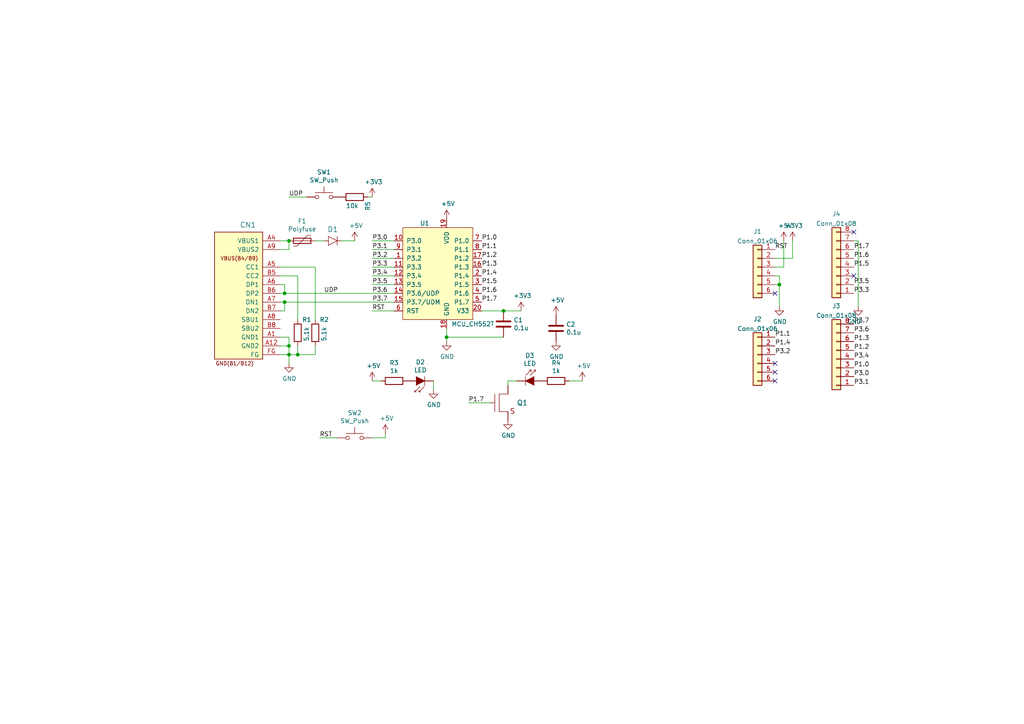
<source format=kicad_sch>
(kicad_sch (version 20211123) (generator eeschema)
  (paper "A4")
  (lib_symbols
    (symbol "Connector_Generic:Conn_01x06" (pin_names (offset 1.016) hide)
      (property "Reference" "J" (at 0 7.62 0))
      (property "Value" "Conn_01x06" (at 0 -10.16 0))
      (symbol "Conn_01x06_1_1"
        (rectangle (start -1.27 -7.493) (end 0 -7.747) (stroke (width 0.1524)))
        (rectangle (start -1.27 -4.953) (end 0 -5.207) (stroke (width 0.1524)))
        (rectangle (start -1.27 -2.413) (end 0 -2.667) (stroke (width 0.1524)))
        (rectangle (start -1.27 0.127) (end 0 -0.127) (stroke (width 0.1524)))
        (rectangle (start -1.27 2.667) (end 0 2.413) (stroke (width 0.1524)))
        (rectangle (start -1.27 5.207) (end 0 4.953) (stroke (width 0.1524)))
        (rectangle (start -1.27 6.35) (end 1.27 -8.89) (stroke (width 0.254)) (fill (type background)))
        (pin passive line (at -5.08 5.08 0) (length 3.81) (name "Pin_1") (number "1"))
        (pin passive line (at -5.08 2.54 0) (length 3.81) (name "Pin_2") (number "2"))
        (pin passive line (at -5.08 0 0) (length 3.81) (name "Pin_3") (number "3"))
        (pin passive line (at -5.08 -2.54 0) (length 3.81) (name "Pin_4") (number "4"))
        (pin passive line (at -5.08 -5.08 0) (length 3.81) (name "Pin_5") (number "5"))
        (pin passive line (at -5.08 -7.62 0) (length 3.81) (name "Pin_6") (number "6"))
      )
    )
    (symbol "Connector_Generic:Conn_01x08" (pin_names (offset 1.016) hide)
      (property "Reference" "J" (at 0 10.16 0))
      (property "Value" "Conn_01x08" (at 0 -12.7 0))
      (symbol "Conn_01x08_1_1"
        (rectangle (start -1.27 -10.033) (end 0 -10.287) (stroke (width 0.1524)))
        (rectangle (start -1.27 -7.493) (end 0 -7.747) (stroke (width 0.1524)))
        (rectangle (start -1.27 -4.953) (end 0 -5.207) (stroke (width 0.1524)))
        (rectangle (start -1.27 -2.413) (end 0 -2.667) (stroke (width 0.1524)))
        (rectangle (start -1.27 0.127) (end 0 -0.127) (stroke (width 0.1524)))
        (rectangle (start -1.27 2.667) (end 0 2.413) (stroke (width 0.1524)))
        (rectangle (start -1.27 5.207) (end 0 4.953) (stroke (width 0.1524)))
        (rectangle (start -1.27 7.747) (end 0 7.493) (stroke (width 0.1524)))
        (rectangle (start -1.27 8.89) (end 1.27 -11.43) (stroke (width 0.254)) (fill (type background)))
        (pin passive line (at -5.08 7.62 0) (length 3.81) (name "Pin_1") (number "1"))
        (pin passive line (at -5.08 5.08 0) (length 3.81) (name "Pin_2") (number "2"))
        (pin passive line (at -5.08 2.54 0) (length 3.81) (name "Pin_3") (number "3"))
        (pin passive line (at -5.08 0 0) (length 3.81) (name "Pin_4") (number "4"))
        (pin passive line (at -5.08 -2.54 0) (length 3.81) (name "Pin_5") (number "5"))
        (pin passive line (at -5.08 -5.08 0) (length 3.81) (name "Pin_6") (number "6"))
        (pin passive line (at -5.08 -7.62 0) (length 3.81) (name "Pin_7") (number "7"))
        (pin passive line (at -5.08 -10.16 0) (length 3.81) (name "Pin_8") (number "8"))
      )
    )
    (symbol "Device:C" (pin_numbers hide) (pin_names (offset 0.254))
      (property "Reference" "C" (at 0.635 2.54 0))
      (property "Value" "C" (at 0.635 -2.54 0))
      (symbol "C_0_1"
        (polyline (pts (xy -2.032 -0.762) (xy 2.032 -0.762)) (stroke (width 0.508)))
        (polyline (pts (xy -2.032 0.762) (xy 2.032 0.762)) (stroke (width 0.508)))
      )
      (symbol "C_1_1"
        (pin passive line (at 0 3.81 270) (length 2.794) (name "~") (number "1"))
        (pin passive line (at 0 -3.81 90) (length 2.794) (name "~") (number "2"))
      )
    )
    (symbol "Device:Polyfuse" (pin_numbers hide) (pin_names (offset 0))
      (property "Reference" "F" (at -2.54 0 90))
      (property "Value" "Polyfuse" (at 2.54 0 90))
      (symbol "Polyfuse_0_1"
        (rectangle (start -0.762 2.54) (end 0.762 -2.54) (stroke (width 0.254)))
        (polyline (pts (xy 0 2.54) (xy 0 -2.54)))
        (polyline (pts (xy -1.524 2.54) (xy -1.524 1.524) (xy 1.524 -1.524) (xy 1.524 -2.54)))
      )
      (symbol "Polyfuse_1_1"
        (pin passive line (at 0 3.81 270) (length 1.27) (name "~") (number "1"))
        (pin passive line (at 0 -3.81 90) (length 1.27) (name "~") (number "2"))
      )
    )
    (symbol "Device:R" (pin_numbers hide) (pin_names (offset 0))
      (property "Reference" "R" (at 2.032 0 90))
      (property "Value" "R" (at 0 0 90))
      (symbol "R_0_1"
        (rectangle (start -1.016 -2.54) (end 1.016 2.54) (stroke (width 0.254)))
      )
      (symbol "R_1_1"
        (pin passive line (at 0 3.81 270) (length 1.27) (name "~") (number "1"))
        (pin passive line (at 0 -3.81 90) (length 1.27) (name "~") (number "2"))
      )
    )
    (symbol "Switch:SW_Push" (pin_numbers hide) (pin_names (offset 1.016) hide)
      (property "Reference" "SW" (at 1.27 2.54 0))
      (property "Value" "SW_Push" (at 0 -1.524 0))
      (symbol "SW_Push_0_1"
        (circle (center -2.032 0) (radius 0.508))
        (polyline (pts (xy 0 1.27) (xy 0 3.048)))
        (polyline (pts (xy 2.54 1.27) (xy -2.54 1.27)))
        (circle (center 2.032 0) (radius 0.508))
        (pin passive line (at -5.08 0 0) (length 2.54) (name "1") (number "1"))
        (pin passive line (at 5.08 0 180) (length 2.54) (name "2") (number "2"))
      )
    )
    (symbol "akita:CON_USB-C-16" (pin_names (offset 1.016))
      (property "Reference" "CN" (at -7.62 20.32 0))
      (symbol "CON_USB-C-16_1_0"
        (text "GND(B1/B12)" (at -5.08 -17.78 0) (effects (font (size 1.0668 1.0668)) (justify left)))
        (text "VBUS(B4/B9)" (at -6.35 12.7 0) (effects (font (size 1.0668 1.0668)) (justify left)))
        (pin bidirectional line (at -12.7 -10.16 0) (length 5.08) (name "GND1") (number "A1"))
        (pin bidirectional line (at -12.7 -12.7 0) (length 5.08) (name "GND2") (number "A12"))
        (pin bidirectional line (at -12.7 17.78 0) (length 5.08) (name "VBUS1") (number "A4"))
        (pin bidirectional line (at -12.7 10.16 0) (length 5.08) (name "CC1") (number "A5"))
        (pin bidirectional line (at -12.7 5.08 0) (length 5.08) (name "DP1") (number "A6"))
        (pin bidirectional line (at -12.7 0 0) (length 5.08) (name "DN1") (number "A7"))
        (pin bidirectional line (at -12.7 -5.08 0) (length 5.08) (name "SBU1") (number "A8"))
        (pin bidirectional line (at -12.7 15.24 0) (length 5.08) (name "VBUS2") (number "A9"))
        (pin bidirectional line (at -12.7 7.62 0) (length 5.08) (name "CC2") (number "B5"))
        (pin bidirectional line (at -12.7 2.54 0) (length 5.08) (name "DP2") (number "B6"))
        (pin bidirectional line (at -12.7 -2.54 0) (length 5.08) (name "DN2") (number "B7"))
        (pin bidirectional line (at -12.7 -7.62 0) (length 5.08) (name "SBU2") (number "B8"))
      )
      (symbol "CON_USB-C-16_1_1"
        (rectangle (start -7.62 20.32) (end 6.35 -16.51) (stroke (width 0.2032)) (fill (type background)))
        (pin power_in line (at -12.7 -15.24 0) (length 5.08) (name "FG") (number "FG"))
      )
    )
    (symbol "akita:DIODE" (pin_names (offset 1.016))
      (property "Reference" "D" (at -2.54 2.54 0))
      (symbol "DIODE_1_0"
        (polyline (pts (xy -2.54 0) (xy -1.27 0)))
        (polyline (pts (xy -1.27 -1.27) (xy 1.27 0)))
        (polyline (pts (xy -1.27 0) (xy -1.27 -1.27)))
        (polyline (pts (xy -1.27 1.27) (xy -1.27 0)))
        (polyline (pts (xy 1.27 0) (xy -1.27 1.27)))
        (polyline (pts (xy 1.27 0) (xy 1.27 -1.27)))
        (polyline (pts (xy 1.27 1.27) (xy 1.27 0)))
        (polyline (pts (xy 2.54 0) (xy 1.27 0)))
        (pin passive line (at -2.54 0 0) (length 0) (name "A") (number "A"))
        (pin passive line (at 2.54 0 180) (length 0) (name "K") (number "K"))
      )
    )
    (symbol "akita:LED" (pin_numbers hide) (pin_names (offset 1.016) hide)
      (property "Reference" "D" (at 0.508 1.778 0))
      (property "Value" "LED" (at -1.016 -2.794 0))
      (symbol "LED_0_1"
        (polyline (pts (xy -2.54 1.27) (xy -2.54 -1.27)) (stroke (width 0.1524)))
        (polyline (pts (xy 0.381 3.175) (xy -0.127 3.175)))
        (polyline (pts (xy -1.143 1.651) (xy 0.381 3.175) (xy 0.381 2.667)))
        (polyline (pts (xy 0 1.27) (xy -2.54 0) (xy 0 -1.27)) (fill (type outline)))
        (polyline (pts (xy -2.413 1.651) (xy -0.889 3.175) (xy -0.889 2.667) (xy -0.889 3.175) (xy -1.397 3.175)))
      )
      (symbol "LED_1_1"
        (pin passive line (at -5.08 0 0) (length 2.54) (name "K") (number "1"))
        (pin passive line (at 2.54 0 180) (length 2.54) (name "A") (number "2"))
      )
    )
    (symbol "akita:MCU_CH552T" (pin_names (offset 1.016))
      (property "Reference" "U" (at 13.97 -2.54 0))
      (property "Value" "MCU_CH552T" (at 10.16 -13.97 0))
      (symbol "MCU_CH552T_0_1"
        (rectangle (start -10.16 13.97) (end 10.16 -12.7) (fill (type background)))
      )
      (symbol "MCU_CH552T_1_1"
        (pin input line (at -12.7 5.08 0) (length 2.54) (name "P3.2") (number "1"))
        (pin input line (at -12.7 10.16 0) (length 2.54) (name "P3.0") (number "10"))
        (pin input line (at -12.7 2.54 0) (length 2.54) (name "P3.3") (number "11"))
        (pin input line (at -12.7 0 0) (length 2.54) (name "P3.4") (number "12"))
        (pin input line (at -12.7 -2.54 0) (length 2.54) (name "P3.5") (number "13"))
        (pin input line (at -12.7 -5.08 0) (length 2.54) (name "P3.6/UDP") (number "14"))
        (pin input line (at -12.7 -7.62 0) (length 2.54) (name "P3.7/UDM") (number "15"))
        (pin input line (at 12.7 2.54 180) (length 2.54) (name "P1.3") (number "16"))
        (pin input line (at 12.7 5.08 180) (length 2.54) (name "P1.2") (number "17"))
        (pin power_in line (at 2.54 -15.24 90) (length 2.54) (name "GND") (number "18"))
        (pin power_in line (at 2.54 16.51 270) (length 2.54) (name "VDD") (number "19"))
        (pin bidirectional line (at 12.7 0 180) (length 2.54) (name "P1.4") (number "2"))
        (pin power_out line (at 12.7 -10.16 180) (length 2.54) (name "V33") (number "20"))
        (pin bidirectional line (at 12.7 -2.54 180) (length 2.54) (name "P1.5") (number "3"))
        (pin bidirectional line (at 12.7 -5.08 180) (length 2.54) (name "P1.6") (number "4"))
        (pin bidirectional line (at 12.7 -7.62 180) (length 2.54) (name "P1.7") (number "5"))
        (pin input line (at -12.7 -10.16 0) (length 2.54) (name "RST") (number "6"))
        (pin input line (at 12.7 10.16 180) (length 2.54) (name "P1.0") (number "7"))
        (pin input line (at 12.7 7.62 180) (length 2.54) (name "P1.1") (number "8"))
        (pin input line (at -12.7 7.62 0) (length 2.54) (name "P3.1") (number "9"))
      )
    )
    (symbol "akita:TR_NMOS_IRLML6344" (pin_names (offset 1.016))
      (property "Reference" "Q" (at 3.048 0.508 0))
      (symbol "TR_NMOS_IRLML6344_1_0"
        (polyline (pts (xy -2.54 0) (xy -1.27 0)))
        (polyline (pts (xy -1.27 2.54) (xy -1.27 -2.54)))
        (polyline (pts (xy 0 -2.54) (xy 2.54 -2.54)))
        (polyline (pts (xy 0 2.54) (xy 0 -2.54)))
        (polyline (pts (xy 2.54 2.54) (xy 0 2.54)))
        (text "S" (at 3.048 -3.302 0) (effects (font (size 1.4986 1.4986)) (justify left bottom)))
        (pin bidirectional line (at -2.54 0 0) (length 0) (name "G") (number "1"))
        (pin bidirectional line (at 2.54 -5.08 90) (length 2.54) (name "S") (number "2"))
        (pin bidirectional line (at 2.54 5.08 270) (length 2.54) (name "D") (number "3"))
      )
    )
    (symbol "power:+3V3" (power) (pin_names (offset 0))
      (property "Value" "+3V3" (at 0 3.556 0))
      (symbol "+3V3_0_1"
        (polyline (pts (xy -0.762 1.27) (xy 0 2.54)))
        (polyline (pts (xy 0 0) (xy 0 2.54)))
        (polyline (pts (xy 0 2.54) (xy 0.762 1.27)))
      )
      (symbol "+3V3_1_1"
        (pin power_in line (at 0 0 90) (length 0) hide (name "+3V3") (number "1"))
      )
    )
    (symbol "power:+5V" (power) (pin_names (offset 0))
      (property "Value" "+5V" (at 0 3.556 0))
      (symbol "+5V_0_1"
        (polyline (pts (xy -0.762 1.27) (xy 0 2.54)))
        (polyline (pts (xy 0 0) (xy 0 2.54)))
        (polyline (pts (xy 0 2.54) (xy 0.762 1.27)))
      )
      (symbol "+5V_1_1"
        (pin power_in line (at 0 0 90) (length 0) hide (name "+5V") (number "1"))
      )
    )
    (symbol "power:GND" (power) (pin_names (offset 0))
      (property "Value" "GND" (at 0 -3.81 0))
      (symbol "GND_0_1"
        (polyline (pts (xy 0 0) (xy 0 -1.27) (xy 1.27 -1.27) (xy 0 -2.54) (xy -1.27 -1.27) (xy 0 -1.27)))
      )
      (symbol "GND_1_1"
        (pin power_in line (at 0 0 270) (length 0) hide (name "GND") (number "1"))
      )
    )
  )
  (junction (at 82.55 85.09))
  (junction (at 226.06 82.55))
  (junction (at 82.55 87.63))
  (junction (at 83.82 100.33))
  (junction (at 146.05 90.17))
  (junction (at 83.82 69.85))
  (junction (at 86.36 102.87))
  (junction (at 129.54 97.79))
  (junction (at 83.82 102.87))
  (no_connect (at 224.79 105.41))
  (no_connect (at 224.79 85.09))
  (no_connect (at 247.65 67.31))
  (no_connect (at 224.79 110.49))
  (no_connect (at 247.65 80.01))
  (no_connect (at 224.79 107.95))
  (wire (pts (xy 86.36 102.87) (xy 86.36 100.33)))
  (wire (pts (xy 224.79 82.55) (xy 226.06 82.55)))
  (wire (pts (xy 146.05 97.79) (xy 129.54 97.79)))
  (wire (pts (xy 81.28 85.09) (xy 82.55 85.09)))
  (wire (pts (xy 83.82 100.33) (xy 83.82 102.87)))
  (wire (pts (xy 125.73 113.03) (xy 125.73 110.49)))
  (wire (pts (xy 110.49 110.49) (xy 107.95 110.49)))
  (wire (pts (xy 81.28 72.39) (xy 83.82 72.39)))
  (wire (pts (xy 149.86 110.49) (xy 147.32 110.49)))
  (wire (pts (xy 86.36 80.01) (xy 86.36 92.71)))
  (wire (pts (xy 139.7 90.17) (xy 146.05 90.17)))
  (wire (pts (xy 83.82 102.87) (xy 86.36 102.87)))
  (wire (pts (xy 82.55 85.09) (xy 114.3 85.09)))
  (wire (pts (xy 227.33 77.47) (xy 227.33 69.85)))
  (wire (pts (xy 81.28 90.17) (xy 82.55 90.17)))
  (wire (pts (xy 81.28 97.79) (xy 83.82 97.79)))
  (wire (pts (xy 224.79 77.47) (xy 227.33 77.47)))
  (wire (pts (xy 114.3 74.93) (xy 107.95 74.93)))
  (wire (pts (xy 81.28 77.47) (xy 91.44 77.47)))
  (wire (pts (xy 81.28 102.87) (xy 83.82 102.87)))
  (wire (pts (xy 248.92 69.85) (xy 248.92 88.9)))
  (wire (pts (xy 81.28 100.33) (xy 83.82 100.33)))
  (wire (pts (xy 226.06 80.01) (xy 226.06 82.55)))
  (wire (pts (xy 92.71 127) (xy 97.79 127)))
  (wire (pts (xy 247.65 69.85) (xy 248.92 69.85)))
  (wire (pts (xy 129.54 97.79) (xy 129.54 95.25)))
  (wire (pts (xy 82.55 87.63) (xy 114.3 87.63)))
  (wire (pts (xy 81.28 80.01) (xy 86.36 80.01)))
  (wire (pts (xy 83.82 97.79) (xy 83.82 100.33)))
  (wire (pts (xy 83.82 72.39) (xy 83.82 69.85)))
  (wire (pts (xy 229.87 74.93) (xy 229.87 69.85)))
  (wire (pts (xy 224.79 74.93) (xy 229.87 74.93)))
  (wire (pts (xy 114.3 72.39) (xy 107.95 72.39)))
  (wire (pts (xy 91.44 69.85) (xy 93.98 69.85)))
  (wire (pts (xy 82.55 90.17) (xy 82.55 87.63)))
  (wire (pts (xy 107.95 90.17) (xy 114.3 90.17)))
  (wire (pts (xy 91.44 102.87) (xy 91.44 100.33)))
  (wire (pts (xy 142.24 116.84) (xy 135.89 116.84)))
  (wire (pts (xy 82.55 82.55) (xy 82.55 85.09)))
  (wire (pts (xy 224.79 80.01) (xy 226.06 80.01)))
  (wire (pts (xy 114.3 82.55) (xy 107.95 82.55)))
  (wire (pts (xy 81.28 87.63) (xy 82.55 87.63)))
  (wire (pts (xy 81.28 82.55) (xy 82.55 82.55)))
  (wire (pts (xy 88.9 57.15) (xy 83.82 57.15)))
  (wire (pts (xy 111.76 127) (xy 111.76 125.73)))
  (wire (pts (xy 226.06 82.55) (xy 226.06 88.9)))
  (wire (pts (xy 129.54 99.06) (xy 129.54 97.79)))
  (wire (pts (xy 91.44 77.47) (xy 91.44 92.71)))
  (wire (pts (xy 114.3 69.85) (xy 107.95 69.85)))
  (wire (pts (xy 147.32 110.49) (xy 147.32 111.76)))
  (wire (pts (xy 114.3 80.01) (xy 107.95 80.01)))
  (wire (pts (xy 81.28 69.85) (xy 83.82 69.85)))
  (wire (pts (xy 99.06 69.85) (xy 102.87 69.85)))
  (wire (pts (xy 146.05 90.17) (xy 151.13 90.17)))
  (wire (pts (xy 114.3 77.47) (xy 107.95 77.47)))
  (wire (pts (xy 165.1 110.49) (xy 168.91 110.49)))
  (wire (pts (xy 106.68 57.15) (xy 107.95 57.15)))
  (wire (pts (xy 107.95 127) (xy 111.76 127)))
  (wire (pts (xy 86.36 102.87) (xy 91.44 102.87)))
  (wire (pts (xy 83.82 102.87) (xy 83.82 105.41)))
  (label "RST" (at 224.79 72.39 0))
  (label "P3.3" (at 107.95 77.47 0))
  (label "P1.1" (at 224.79 97.79 0))
  (label "RST" (at 107.95 90.17 0))
  (label "UDP" (at 83.82 57.15 0))
  (label "P3.5" (at 107.95 82.55 0))
  (label "P1.7" (at 247.65 72.39 0))
  (label "P1.7" (at 135.89 116.84 0))
  (label "P1.6" (at 139.7 85.09 0))
  (label "P3.4" (at 107.95 80.01 0))
  (label "P1.5" (at 139.7 82.55 0))
  (label "P3.7" (at 107.95 87.63 0))
  (label "P1.2" (at 247.65 101.6 0))
  (label "P1.3" (at 247.65 99.06 0))
  (label "P3.1" (at 107.95 72.39 0))
  (label "P3.0" (at 247.65 109.22 0))
  (label "P3.2" (at 107.95 74.93 0))
  (label "P1.0" (at 247.65 106.68 0))
  (label "P3.5" (at 247.65 82.55 0))
  (label "P1.2" (at 139.7 74.93 0))
  (label "P3.1" (at 247.65 111.76 0))
  (label "P3.7" (at 247.65 93.98 0))
  (label "RST" (at 92.71 127 0))
  (label "P3.6" (at 107.95 85.09 0))
  (label "UDP" (at 93.98 85.09 0))
  (label "P3.2" (at 224.79 102.87 0))
  (label "P1.3" (at 139.7 77.47 0))
  (label "P3.4" (at 247.65 104.14 0))
  (label "P1.4" (at 139.7 80.01 0))
  (label "P3.3" (at 247.65 85.09 0))
  (label "P3.0" (at 107.95 69.85 0))
  (label "P1.7" (at 139.7 87.63 0))
  (label "P1.1" (at 139.7 72.39 0))
  (label "P1.4" (at 224.79 100.33 0))
  (label "P1.6" (at 247.65 74.93 0))
  (label "P1.0" (at 139.7 69.85 0))
  (label "P1.5" (at 247.65 77.47 0))
  (label "P3.6" (at 247.65 96.52 0))
  (symbol (lib_id "akita:MCU_CH552T") (at 127 80.01 0) (unit 1)
    (property "Reference" "U1" (at 123.19 64.77 0))
    (property "Value" "MCU_CH552T" (at 137.16 93.98 0))
    (property "Footprint" "Package_SO:TSSOP-20_4.4x6.5mm_P0.65mm" (effects hide))
  )
  (symbol (lib_id "power:+5V") (at 129.54 63.5 0) (unit 1)
    (property "Reference" "#PWR05" (effects hide))
    (property "Value" "+5V" (at 129.921 59.1058 0))
  )
  (symbol (lib_id "power:GND") (at 129.54 99.06 0) (unit 1)
    (property "Reference" "#PWR06" (effects hide))
    (property "Value" "GND" (at 129.667 103.4542 0))
  )
  (symbol (lib_id "power:+3V3") (at 151.13 90.17 0) (unit 1)
    (property "Reference" "#PWR07" (effects hide))
    (property "Value" "+3V3" (at 151.511 85.7758 0))
  )
  (symbol (lib_id "akita:CON_USB-C-16") (at 68.58 87.63 0) (mirror y) (unit 1)
    (property "Reference" "CN1" (at 71.9328 65.2272 0) (effects (font (size 1.4986 1.4986))))
    (property "Value" "CON_USB-C-16" (effects hide))
    (property "Footprint" "akita:USB-C_16P_TH" (effects hide))
  )
  (symbol (lib_id "Device:R") (at 86.36 96.52 0) (unit 1)
    (property "Reference" "R1" (at 87.63 92.71 0) (effects (justify left)))
    (property "Value" "5.1k" (at 88.9 99.06 90) (effects (justify left)))
    (property "Footprint" "Resistor_SMD:R_0603_1608Metric" (effects hide))
  )
  (symbol (lib_id "Device:C") (at 146.05 93.98 0) (unit 1)
    (property "Reference" "C1" (at 148.971 92.8116 0) (effects (justify left)))
    (property "Value" "0.1u" (at 148.971 95.123 0) (effects (justify left)))
    (property "Footprint" "Capacitor_SMD:C_0603_1608Metric" (effects hide))
  )
  (symbol (lib_id "Device:R") (at 91.44 96.52 0) (unit 1)
    (property "Reference" "R2" (at 92.71 92.71 0) (effects (justify left)))
    (property "Value" "5.1k" (at 93.98 99.06 90) (effects (justify left)))
    (property "Footprint" "Resistor_SMD:R_0603_1608Metric" (effects hide))
  )
  (symbol (lib_id "power:+5V") (at 102.87 69.85 0) (unit 1)
    (property "Reference" "#PWR02" (effects hide))
    (property "Value" "+5V" (at 103.251 65.4558 0))
  )
  (symbol (lib_id "power:GND") (at 83.82 105.41 0) (unit 1)
    (property "Reference" "#PWR01" (effects hide))
    (property "Value" "GND" (at 83.947 109.8042 0))
  )
  (symbol (lib_id "Device:Polyfuse") (at 87.63 69.85 270) (unit 1)
    (property "Reference" "F1" (at 87.63 64.135 90))
    (property "Value" "Polyfuse" (at 87.63 66.4464 90))
    (property "Footprint" "Resistor_SMD:R_1210_3225Metric" (effects hide))
  )
  (symbol (lib_id "power:GND") (at 161.29 99.06 0) (unit 1)
    (property "Reference" "#PWR09" (effects hide))
    (property "Value" "GND" (at 161.417 103.4542 0))
  )
  (symbol (lib_id "Device:C") (at 161.29 95.25 0) (unit 1)
    (property "Reference" "C2" (at 164.211 94.0816 0) (effects (justify left)))
    (property "Value" "0.1u" (at 164.211 96.393 0) (effects (justify left)))
    (property "Footprint" "Capacitor_SMD:C_0603_1608Metric" (effects hide))
  )
  (symbol (lib_id "power:+5V") (at 161.29 91.44 0) (unit 1)
    (property "Reference" "#PWR08" (effects hide))
    (property "Value" "+5V" (at 161.671 87.0458 0))
  )
  (symbol (lib_id "power:+5V") (at 227.33 69.85 0) (unit 1)
    (property "Reference" "#PWR011" (effects hide))
    (property "Value" "+5V" (at 227.711 65.4558 0))
  )
  (symbol (lib_id "power:GND") (at 226.06 88.9 0) (unit 1)
    (property "Reference" "#PWR012" (effects hide))
    (property "Value" "GND" (at 226.187 93.2942 0))
  )
  (symbol (lib_id "akita:LED") (at 120.65 110.49 180) (unit 1)
    (property "Reference" "D2" (at 121.92 105.029 0))
    (property "Value" "LED" (at 121.92 107.3404 0))
    (property "Footprint" "LED_SMD:LED_0603_1608Metric" (effects hide))
    (property "Datasheet" "http://www.osram-os.com/Graphics/XPic6/00029609_0.pdf/SFh%20460.pdf" (effects hide))
  )
  (symbol (lib_id "power:+5V") (at 107.95 110.49 0) (unit 1)
    (property "Reference" "#PWR03" (effects hide))
    (property "Value" "+5V" (at 108.331 106.0958 0))
  )
  (symbol (lib_id "Device:R") (at 114.3 110.49 270) (unit 1)
    (property "Reference" "R3" (at 114.3 105.2322 90))
    (property "Value" "1k" (at 114.3 107.5436 90))
    (property "Footprint" "Resistor_SMD:R_0603_1608Metric" (effects hide))
  )
  (symbol (lib_id "power:GND") (at 125.73 113.03 0) (unit 1)
    (property "Reference" "#PWR04" (effects hide))
    (property "Value" "GND" (at 125.857 117.4242 0))
  )
  (symbol (lib_id "akita:TR_NMOS_IRLML6344") (at 144.78 116.84 0) (unit 1)
    (property "Reference" "Q1" (at 149.86 116.84 0) (effects (font (size 1.4986 1.4986)) (justify left)))
    (property "Value" "TR_NMOS_IRLML6344" (effects hide))
    (property "Footprint" "Package_TO_SOT_SMD:SOT-23" (effects hide))
  )
  (symbol (lib_id "akita:LED") (at 154.94 110.49 0) (unit 1)
    (property "Reference" "D3" (at 153.67 103.124 0))
    (property "Value" "LED" (at 153.67 105.4354 0))
    (property "Footprint" "LED_SMD:LED_0603_1608Metric" (effects hide))
    (property "Datasheet" "http://www.osram-os.com/Graphics/XPic6/00029609_0.pdf/SFh%20460.pdf" (effects hide))
  )
  (symbol (lib_id "Device:R") (at 161.29 110.49 270) (unit 1)
    (property "Reference" "R4" (at 161.29 105.2322 90))
    (property "Value" "1k" (at 161.29 107.5436 90))
    (property "Footprint" "Resistor_SMD:R_0603_1608Metric" (effects hide))
  )
  (symbol (lib_id "power:GND") (at 147.32 121.92 0) (unit 1)
    (property "Reference" "#PWR0101" (effects hide))
    (property "Value" "GND" (at 147.447 126.3142 0))
  )
  (symbol (lib_id "power:+5V") (at 168.91 110.49 0) (unit 1)
    (property "Reference" "#PWR0102" (effects hide))
    (property "Value" "+5V" (at 169.291 106.0958 0))
  )
  (symbol (lib_id "akita:DIODE") (at 96.52 69.85 0) (unit 1)
    (property "Reference" "D1" (at 96.52 66.548 0) (effects (font (size 1.4986 1.4986))))
    (property "Value" "DIODE" (effects hide))
    (property "Footprint" "akita:D_SOD123FL" (effects hide))
  )
  (symbol (lib_id "Switch:SW_Push") (at 93.98 57.15 0) (unit 1)
    (property "Reference" "SW1" (at 93.98 49.911 0))
    (property "Value" "SW_Push" (at 93.98 52.2224 0))
    (property "Footprint" "Button_Switch_SMD:SW_Push_SPST_NO_Alps_SKRK" (effects hide))
  )
  (symbol (lib_id "Device:R") (at 102.87 57.15 270) (unit 1)
    (property "Reference" "R5" (at 106.68 58.42 0) (effects (justify left)))
    (property "Value" "10k" (at 100.33 59.69 90) (effects (justify left)))
    (property "Footprint" "Resistor_SMD:R_0603_1608Metric" (effects hide))
  )
  (symbol (lib_id "power:+3V3") (at 107.95 57.15 0) (unit 1)
    (property "Reference" "#PWR0103" (effects hide))
    (property "Value" "+3V3" (at 108.331 52.7558 0))
  )
  (symbol (lib_id "Connector_Generic:Conn_01x06") (at 219.71 77.47 0) (mirror y) (unit 1)
    (property "Reference" "J1" (at 219.71 67.1535 0))
    (property "Value" "Conn_01x06" (at 219.71 69.9286 0))
    (property "Footprint" "Connector_PinSocket_1.27mm:PinSocket_1x06_P1.27mm_Vertical" (effects hide))
  )
  (symbol (lib_id "power:GND") (at 248.92 88.9 0) (unit 1)
    (property "Reference" "#PWR0105" (effects hide))
    (property "Value" "GND" (at 247.777 93.2942 0))
  )
  (symbol (lib_id "Connector_Generic:Conn_01x06") (at 219.71 102.87 0) (mirror y) (unit 1)
    (property "Reference" "J2" (at 219.71 92.5535 0))
    (property "Value" "Conn_01x06" (at 219.71 95.3286 0))
    (property "Footprint" "Connector_PinSocket_1.27mm:PinSocket_1x06_P1.27mm_Vertical" (effects hide))
  )
  (symbol (lib_id "Switch:SW_Push") (at 102.87 127 0) (unit 1)
    (property "Reference" "SW2" (at 102.87 119.761 0))
    (property "Value" "SW_Push" (at 102.87 122.0724 0))
    (property "Footprint" "Button_Switch_SMD:SW_Push_SPST_NO_Alps_SKRK" (effects hide))
  )
  (symbol (lib_id "power:+5V") (at 111.76 125.73 0) (unit 1)
    (property "Reference" "#PWR0106" (effects hide))
    (property "Value" "+5V" (at 112.141 121.3358 0))
  )
  (symbol (lib_id "Connector_Generic:Conn_01x08") (at 242.57 77.47 180) (unit 1)
    (property "Reference" "J4" (at 242.57 62.0735 0))
    (property "Value" "Conn_01x08" (at 242.57 64.8486 0))
    (property "Footprint" "Connector_PinSocket_1.27mm:PinSocket_1x08_P1.27mm_Vertical" (effects hide))
  )
  (symbol (lib_id "Connector_Generic:Conn_01x08") (at 242.57 104.14 180) (unit 1)
    (property "Reference" "J3" (at 242.57 88.7435 0))
    (property "Value" "Conn_01x08" (at 242.57 91.5186 0))
    (property "Footprint" "Connector_PinSocket_1.27mm:PinSocket_1x08_P1.27mm_Vertical" (effects hide))
  )
  (symbol (lib_id "power:+3V3") (at 229.87 69.85 0) (unit 1)
    (property "Reference" "#PWR0104" (effects hide))
    (property "Value" "+3V3" (at 230.251 65.4558 0))
  )
)
</source>
